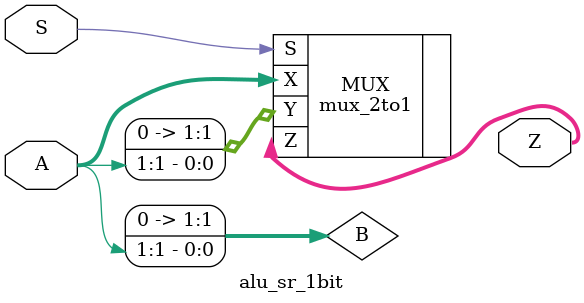
<source format=v>
`timescale 1ns / 1ps
`default_nettype none
module alu_sr_1bit(A, S, Z);

    parameter N = 2;

	//port definitions

	input wire [(N-1):0] A;
	input wire S;
    output wire [(N-1):0] Z;
    wire [(N-1):0] B;

    assign B[(N-2):0] = A[N-1:1];
    assign B[(N-1)] = 1'b0;
    
	mux_2to1 #(.N(N)) MUX (.X(A), .Y(B), .S(S), .Z(Z));
endmodule
`default_nettype wire

</source>
